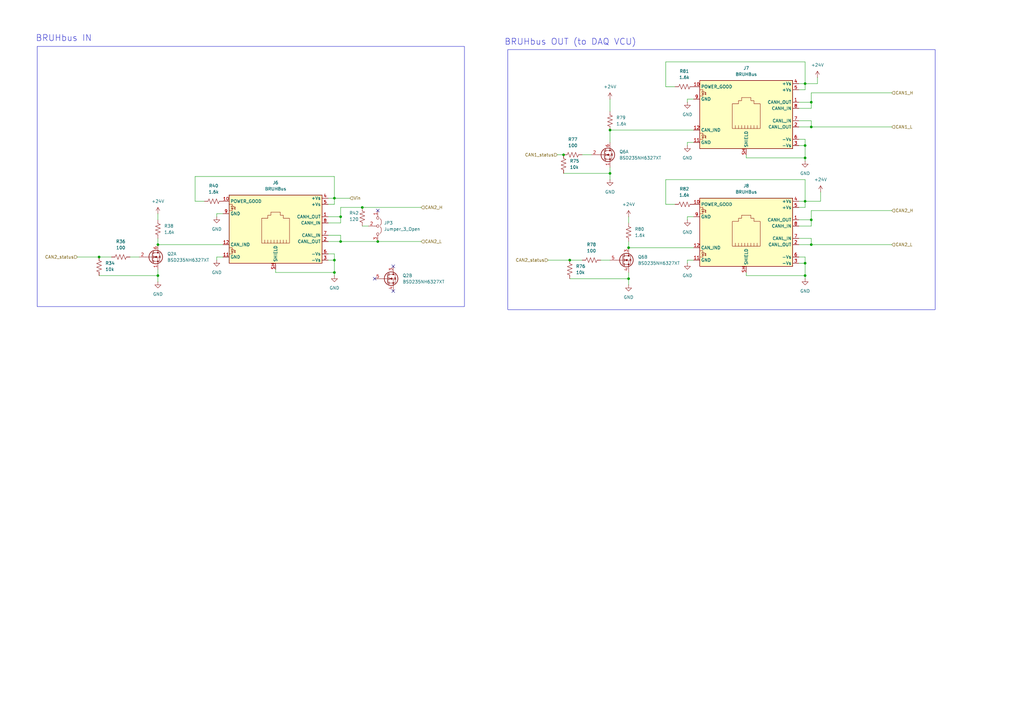
<source format=kicad_sch>
(kicad_sch (version 20250114) (generator "eeschema") (generator_version "9.0")
  (paper "A3")
  (lib_symbols
    (symbol "BFR Connectors:BRUHbus"
      (property "Reference" "J" (at 0 19.05 0))
      (property "Value" "BRUHBus" (at 0 16.51 0))
      (symbol "BRUHbus_0_1"
        (rectangle (start -19.05 13.97) (end 19.05 -13.97) (stroke (width 0.254)) (fill (type background)))
        (polyline (pts (xy -19.05 10.16) (xy -17.78 10.16)))
        (polyline (pts (xy -19.05 7.62) (xy -17.78 7.62)))
        (polyline (pts (xy -19.05 -7.62) (xy -17.78 -7.62)))
        (polyline (pts (xy -19.05 -10.16) (xy -17.78 -10.16)))
        (polyline (pts (xy -18.288 8.382) (xy -17.272 8.382)))
        (polyline (pts (xy -18.288 -9.398) (xy -17.272 -9.398)))
        (polyline (pts (xy -17.78 10.16) (xy -17.78 9.398)))
        (polyline (pts (xy -17.78 8.382) (xy -18.288 9.398) (xy -17.272 9.398) (xy -17.78 8.382)))
        (polyline (pts (xy -17.78 7.62) (xy -17.78 8.382)))
        (polyline (pts (xy -17.78 -7.62) (xy -17.78 -8.382)))
        (polyline (pts (xy -17.78 -9.398) (xy -18.288 -8.382) (xy -17.272 -8.382) (xy -17.78 -9.398)))
        (polyline (pts (xy -17.78 -10.16) (xy -17.78 -9.398)))
        (polyline (pts (xy -17.018 9.271) (xy -16.51 8.763) (xy -16.891 8.89)))
        (polyline (pts (xy -17.018 8.636) (xy -16.51 8.128) (xy -16.891 8.255)))
        (polyline (pts (xy -17.018 -8.509) (xy -16.51 -9.017) (xy -16.891 -8.89)))
        (polyline (pts (xy -17.018 -9.144) (xy -16.51 -9.652) (xy -16.891 -9.525)))
        (polyline (pts (xy -16.5175 -9.6461) (xy -16.6445 -9.2651)))
        (polyline (pts (xy -16.51 8.763) (xy -16.637 9.144)))
        (polyline (pts (xy -16.51 8.128) (xy -16.637 8.509)))
        (polyline (pts (xy -16.51 -9.017) (xy -16.637 -8.636)))
        (polyline (pts (xy -4.445 -4.445) (xy -4.445 -5.715)))
        (polyline (pts (xy -3.175 -4.445) (xy -3.175 -5.715)))
        (polyline (pts (xy -1.905 -4.445) (xy -1.905 -5.715) (xy -1.905 -5.715)))
        (polyline (pts (xy -0.635 -5.715) (xy -0.635 -4.445) (xy -0.635 -4.445)))
        (polyline (pts (xy 0.635 -5.715) (xy 0.635 -4.445) (xy 0.635 -4.445)))
        (polyline (pts (xy 1.905 -5.715) (xy 1.905 -4.445) (xy 1.905 -4.445)))
        (polyline (pts (xy 3.175 -5.715) (xy 3.175 -4.445) (xy 3.175 -4.445)))
        (polyline (pts (xy 4.445 -5.715) (xy 4.445 -4.445) (xy 4.445 -4.445)))
        (polyline (pts (xy 5.715 -5.715) (xy -5.715 -5.715) (xy -5.715 4.445) (xy -3.175 4.445) (xy -3.175 5.715) (xy -1.905 5.715) (xy -1.905 6.985) (xy 1.905 6.985) (xy 1.905 5.715) (xy 3.175 5.715) (xy 3.175 4.445) (xy 5.715 4.445) (xy 5.715 -5.715) (xy 5.715 -5.715)))
      )
      (symbol "BRUHbus_1_1"
        (pin passive line (at -21.59 11.43 0) (length 2.54) (name "POWER_GOOD") (number "10"))
        (pin passive line (at -21.59 6.35 0) (length 2.54) (name "GND") (number "9"))
        (pin passive line (at -21.59 -6.35 0) (length 2.54) (name "CAN_IND") (number "12"))
        (pin passive line (at -21.59 -11.43 0) (length 2.54) (name "GND") (number "11"))
        (pin passive line (at 0 -16.51 90) (length 2.54) (name "SHIELD") (number "SH"))
        (pin passive line (at 21.59 12.7 180) (length 2.54) (name "+Vs") (number "4"))
        (pin passive line (at 21.59 10.16 180) (length 2.54) (name "+Vs") (number "5"))
        (pin passive line (at 21.59 5.08 180) (length 2.54) (name "CANH_OUT") (number "1"))
        (pin passive line (at 21.59 2.54 180) (length 2.54) (name "CANH_IN") (number "8"))
        (pin passive line (at 21.59 -2.54 180) (length 2.54) (name "CANL_IN") (number "7"))
        (pin passive line (at 21.59 -5.08 180) (length 2.54) (name "CANL_OUT") (number "2"))
        (pin passive line (at 21.59 -10.16 180) (length 2.54) (name "-Vs") (number "6"))
        (pin passive line (at 21.59 -12.7 180) (length 2.54) (name "-Vs") (number "3"))
      )
    )
    (symbol "BFR Resistors:RMCF0603FT100R" (pin_numbers (hide yes))
      (property "Reference" "R" (at 0 2.54 0))
      (property "Value" "100" (at 1.27 2.54 0))
      (symbol "RMCF0603FT100R_0_1"
        (polyline (pts (xy -2.286 0) (xy -2.54 0)))
        (polyline (pts (xy -2.286 0) (xy -1.905 1.016) (xy -1.524 0) (xy -1.143 -1.016) (xy -0.762 0)))
        (polyline (pts (xy -0.762 0) (xy -0.381 1.016) (xy 0 0) (xy 0.381 -1.016) (xy 0.762 0)))
        (polyline (pts (xy 0.762 0) (xy 1.143 1.016) (xy 1.524 0) (xy 1.905 -1.016) (xy 2.286 0)))
        (polyline (pts (xy 2.286 0) (xy 2.54 0)))
      )
      (symbol "RMCF0603FT100R_1_1"
        (pin passive line (at -3.81 0 0) (length 1.27) (name "~") (number "1"))
        (pin passive line (at 3.81 0 180) (length 1.27) (name "~") (number "2"))
      )
    )
    (symbol "BFR Resistors:RMCF0603FT10K0" (pin_numbers (hide yes))
      (property "Reference" "R" (at 0 2.54 0))
      (property "Value" "10k" (at 1.27 2.54 0))
      (symbol "RMCF0603FT10K0_0_1"
        (polyline (pts (xy -2.286 0) (xy -2.54 0)))
        (polyline (pts (xy -2.286 0) (xy -1.905 1.016) (xy -1.524 0) (xy -1.143 -1.016) (xy -0.762 0)))
        (polyline (pts (xy -0.762 0) (xy -0.381 1.016) (xy 0 0) (xy 0.381 -1.016) (xy 0.762 0)))
        (polyline (pts (xy 0.762 0) (xy 1.143 1.016) (xy 1.524 0) (xy 1.905 -1.016) (xy 2.286 0)))
        (polyline (pts (xy 2.286 0) (xy 2.54 0)))
      )
      (symbol "RMCF0603FT10K0_1_1"
        (pin passive line (at -3.81 0 0) (length 1.27) (name "~") (number "1"))
        (pin passive line (at 3.81 0 180) (length 1.27) (name "~") (number "2"))
      )
    )
    (symbol "BFR Resistors:RMCF0603FT120R" (pin_numbers (hide yes))
      (property "Reference" "R" (at 0 2.54 0))
      (property "Value" "120" (at 1.27 2.54 0))
      (symbol "RMCF0603FT120R_0_1"
        (polyline (pts (xy -2.286 0) (xy -2.54 0)))
        (polyline (pts (xy -2.286 0) (xy -1.905 1.016) (xy -1.524 0) (xy -1.143 -1.016) (xy -0.762 0)))
        (polyline (pts (xy -0.762 0) (xy -0.381 1.016) (xy 0 0) (xy 0.381 -1.016) (xy 0.762 0)))
        (polyline (pts (xy 0.762 0) (xy 1.143 1.016) (xy 1.524 0) (xy 1.905 -1.016) (xy 2.286 0)))
        (polyline (pts (xy 2.286 0) (xy 2.54 0)))
      )
      (symbol "RMCF0603FT120R_1_1"
        (pin passive line (at -3.81 0 0) (length 1.27) (name "~") (number "1"))
        (pin passive line (at 3.81 0 180) (length 1.27) (name "~") (number "2"))
      )
    )
    (symbol "BFR Resistors:RMCF0603FT1K60" (pin_numbers (hide yes))
      (property "Reference" "R" (at 0 2.54 0))
      (property "Value" "1.6k" (at 1.27 2.54 0))
      (symbol "RMCF0603FT1K60_0_1"
        (polyline (pts (xy -2.286 0) (xy -2.54 0)))
        (polyline (pts (xy -2.286 0) (xy -1.905 1.016) (xy -1.524 0) (xy -1.143 -1.016) (xy -0.762 0)))
        (polyline (pts (xy -0.762 0) (xy -0.381 1.016) (xy 0 0) (xy 0.381 -1.016) (xy 0.762 0)))
        (polyline (pts (xy 0.762 0) (xy 1.143 1.016) (xy 1.524 0) (xy 1.905 -1.016) (xy 2.286 0)))
        (polyline (pts (xy 2.286 0) (xy 2.54 0)))
      )
      (symbol "RMCF0603FT1K60_1_1"
        (pin passive line (at -3.81 0 0) (length 1.27) (name "~") (number "1"))
        (pin passive line (at 3.81 0 180) (length 1.27) (name "~") (number "2"))
      )
    )
    (symbol "BRUHbus_2"
      (property "Reference" "J" (at 0 19.05 0))
      (property "Value" "BRUHBus" (at 0 16.51 0))
      (symbol "BRUHbus_2_0_1"
        (rectangle (start -19.05 13.97) (end 19.05 -13.97) (stroke (width 0.254)) (fill (type background)))
        (polyline (pts (xy -19.05 10.16) (xy -17.78 10.16)))
        (polyline (pts (xy -19.05 7.62) (xy -17.78 7.62)))
        (polyline (pts (xy -19.05 -7.62) (xy -17.78 -7.62)))
        (polyline (pts (xy -19.05 -10.16) (xy -17.78 -10.16)))
        (polyline (pts (xy -18.288 8.382) (xy -17.272 8.382)))
        (polyline (pts (xy -18.288 -9.398) (xy -17.272 -9.398)))
        (polyline (pts (xy -17.78 10.16) (xy -17.78 9.398)))
        (polyline (pts (xy -17.78 8.382) (xy -18.288 9.398) (xy -17.272 9.398) (xy -17.78 8.382)))
        (polyline (pts (xy -17.78 7.62) (xy -17.78 8.382)))
        (polyline (pts (xy -17.78 -7.62) (xy -17.78 -8.382)))
        (polyline (pts (xy -17.78 -9.398) (xy -18.288 -8.382) (xy -17.272 -8.382) (xy -17.78 -9.398)))
        (polyline (pts (xy -17.78 -10.16) (xy -17.78 -9.398)))
        (polyline (pts (xy -17.018 9.271) (xy -16.51 8.763) (xy -16.891 8.89)))
        (polyline (pts (xy -17.018 8.636) (xy -16.51 8.128) (xy -16.891 8.255)))
        (polyline (pts (xy -17.018 -8.509) (xy -16.51 -9.017) (xy -16.891 -8.89)))
        (polyline (pts (xy -17.018 -9.144) (xy -16.51 -9.652) (xy -16.891 -9.525)))
        (polyline (pts (xy -16.5175 -9.6461) (xy -16.6445 -9.2651)))
        (polyline (pts (xy -16.51 8.763) (xy -16.637 9.144)))
        (polyline (pts (xy -16.51 8.128) (xy -16.637 8.509)))
        (polyline (pts (xy -16.51 -9.017) (xy -16.637 -8.636)))
        (polyline (pts (xy -4.445 -4.445) (xy -4.445 -5.715)))
        (polyline (pts (xy -3.175 -4.445) (xy -3.175 -5.715)))
        (polyline (pts (xy -1.905 -4.445) (xy -1.905 -5.715) (xy -1.905 -5.715)))
        (polyline (pts (xy -0.635 -5.715) (xy -0.635 -4.445) (xy -0.635 -4.445)))
        (polyline (pts (xy 0.635 -5.715) (xy 0.635 -4.445) (xy 0.635 -4.445)))
        (polyline (pts (xy 1.905 -5.715) (xy 1.905 -4.445) (xy 1.905 -4.445)))
        (polyline (pts (xy 3.175 -5.715) (xy 3.175 -4.445) (xy 3.175 -4.445)))
        (polyline (pts (xy 4.445 -5.715) (xy 4.445 -4.445) (xy 4.445 -4.445)))
        (polyline (pts (xy 5.715 -5.715) (xy -5.715 -5.715) (xy -5.715 4.445) (xy -3.175 4.445) (xy -3.175 5.715) (xy -1.905 5.715) (xy -1.905 6.985) (xy 1.905 6.985) (xy 1.905 5.715) (xy 3.175 5.715) (xy 3.175 4.445) (xy 5.715 4.445) (xy 5.715 -5.715) (xy 5.715 -5.715)))
      )
      (symbol "BRUHbus_2_1_1"
        (pin passive line (at -21.59 11.43 0) (length 2.54) (name "POWER_GOOD") (number "10"))
        (pin passive line (at -21.59 6.35 0) (length 2.54) (name "GND") (number "9"))
        (pin passive line (at -21.59 -6.35 0) (length 2.54) (name "CAN_IND") (number "12"))
        (pin passive line (at -21.59 -11.43 0) (length 2.54) (name "GND") (number "11"))
        (pin passive line (at 0 -16.51 90) (length 2.54) (name "SHIELD") (number "SH"))
        (pin passive line (at 21.59 12.7 180) (length 2.54) (name "+Vs") (number "4"))
        (pin passive line (at 21.59 10.16 180) (length 2.54) (name "+Vs") (number "5"))
        (pin passive line (at 21.59 5.08 180) (length 2.54) (name "CANH_OUT") (number "1"))
        (pin passive line (at 21.59 2.54 180) (length 2.54) (name "CANH_IN") (number "8"))
        (pin passive line (at 21.59 -2.54 180) (length 2.54) (name "CANL_IN") (number "7"))
        (pin passive line (at 21.59 -5.08 180) (length 2.54) (name "CANL_OUT") (number "2"))
        (pin passive line (at 21.59 -10.16 180) (length 2.54) (name "-Vs") (number "6"))
        (pin passive line (at 21.59 -12.7 180) (length 2.54) (name "-Vs") (number "3"))
      )
    )
    (symbol "BRUHbus_3"
      (property "Reference" "J" (at 0 19.05 0))
      (property "Value" "BRUHBus" (at 0 16.51 0))
      (symbol "BRUHbus_3_0_1"
        (rectangle (start -19.05 13.97) (end 19.05 -13.97) (stroke (width 0.254)) (fill (type background)))
        (polyline (pts (xy -19.05 10.16) (xy -17.78 10.16)))
        (polyline (pts (xy -19.05 7.62) (xy -17.78 7.62)))
        (polyline (pts (xy -19.05 -7.62) (xy -17.78 -7.62)))
        (polyline (pts (xy -19.05 -10.16) (xy -17.78 -10.16)))
        (polyline (pts (xy -18.288 8.382) (xy -17.272 8.382)))
        (polyline (pts (xy -18.288 -9.398) (xy -17.272 -9.398)))
        (polyline (pts (xy -17.78 10.16) (xy -17.78 9.398)))
        (polyline (pts (xy -17.78 8.382) (xy -18.288 9.398) (xy -17.272 9.398) (xy -17.78 8.382)))
        (polyline (pts (xy -17.78 7.62) (xy -17.78 8.382)))
        (polyline (pts (xy -17.78 -7.62) (xy -17.78 -8.382)))
        (polyline (pts (xy -17.78 -9.398) (xy -18.288 -8.382) (xy -17.272 -8.382) (xy -17.78 -9.398)))
        (polyline (pts (xy -17.78 -10.16) (xy -17.78 -9.398)))
        (polyline (pts (xy -17.018 9.271) (xy -16.51 8.763) (xy -16.891 8.89)))
        (polyline (pts (xy -17.018 8.636) (xy -16.51 8.128) (xy -16.891 8.255)))
        (polyline (pts (xy -17.018 -8.509) (xy -16.51 -9.017) (xy -16.891 -8.89)))
        (polyline (pts (xy -17.018 -9.144) (xy -16.51 -9.652) (xy -16.891 -9.525)))
        (polyline (pts (xy -16.5175 -9.6461) (xy -16.6445 -9.2651)))
        (polyline (pts (xy -16.51 8.763) (xy -16.637 9.144)))
        (polyline (pts (xy -16.51 8.128) (xy -16.637 8.509)))
        (polyline (pts (xy -16.51 -9.017) (xy -16.637 -8.636)))
        (polyline (pts (xy -4.445 -4.445) (xy -4.445 -5.715)))
        (polyline (pts (xy -3.175 -4.445) (xy -3.175 -5.715)))
        (polyline (pts (xy -1.905 -4.445) (xy -1.905 -5.715) (xy -1.905 -5.715)))
        (polyline (pts (xy -0.635 -5.715) (xy -0.635 -4.445) (xy -0.635 -4.445)))
        (polyline (pts (xy 0.635 -5.715) (xy 0.635 -4.445) (xy 0.635 -4.445)))
        (polyline (pts (xy 1.905 -5.715) (xy 1.905 -4.445) (xy 1.905 -4.445)))
        (polyline (pts (xy 3.175 -5.715) (xy 3.175 -4.445) (xy 3.175 -4.445)))
        (polyline (pts (xy 4.445 -5.715) (xy 4.445 -4.445) (xy 4.445 -4.445)))
        (polyline (pts (xy 5.715 -5.715) (xy -5.715 -5.715) (xy -5.715 4.445) (xy -3.175 4.445) (xy -3.175 5.715) (xy -1.905 5.715) (xy -1.905 6.985) (xy 1.905 6.985) (xy 1.905 5.715) (xy 3.175 5.715) (xy 3.175 4.445) (xy 5.715 4.445) (xy 5.715 -5.715) (xy 5.715 -5.715)))
      )
      (symbol "BRUHbus_3_1_1"
        (pin passive line (at -21.59 11.43 0) (length 2.54) (name "POWER_GOOD") (number "10"))
        (pin passive line (at -21.59 6.35 0) (length 2.54) (name "GND") (number "9"))
        (pin passive line (at -21.59 -6.35 0) (length 2.54) (name "CAN_IND") (number "12"))
        (pin passive line (at -21.59 -11.43 0) (length 2.54) (name "GND") (number "11"))
        (pin passive line (at 0 -16.51 90) (length 2.54) (name "SHIELD") (number "SH"))
        (pin passive line (at 21.59 12.7 180) (length 2.54) (name "+Vs") (number "4"))
        (pin passive line (at 21.59 10.16 180) (length 2.54) (name "+Vs") (number "5"))
        (pin passive line (at 21.59 5.08 180) (length 2.54) (name "CANH_OUT") (number "1"))
        (pin passive line (at 21.59 2.54 180) (length 2.54) (name "CANH_IN") (number "8"))
        (pin passive line (at 21.59 -2.54 180) (length 2.54) (name "CANL_IN") (number "7"))
        (pin passive line (at 21.59 -5.08 180) (length 2.54) (name "CANL_OUT") (number "2"))
        (pin passive line (at 21.59 -10.16 180) (length 2.54) (name "-Vs") (number "6"))
        (pin passive line (at 21.59 -12.7 180) (length 2.54) (name "-Vs") (number "3"))
      )
    )
    (symbol "Jumper:Jumper_3_Open" (pin_names (offset 0) (hide yes)) (in_bom no)
      (property "Reference" "JP" (at -2.54 -2.54 0))
      (property "Value" "Jumper_3_Open" (at 0 2.794 0))
      (symbol "Jumper_3_Open_0_0"
        (circle (center -3.302 0) (radius 0.508))
        (circle (center 0 0) (radius 0.508))
        (circle (center 3.302 0) (radius 0.508))
      )
      (symbol "Jumper_3_Open_0_1"
        (arc (start -3.048 1.016) (mid -1.651 1.4992) (end -0.254 1.016))
        (polyline (pts (xy 0 -0.508) (xy 0 -1.27)))
        (arc (start 0.254 1.016) (mid 1.651 1.4992) (end 3.048 1.016))
      )
      (symbol "Jumper_3_Open_1_1"
        (pin passive line (at -6.35 0 0) (length 2.54) (name "A") (number "1"))
        (pin passive line (at 0 -3.81 90) (length 2.54) (name "C") (number "2"))
        (pin passive line (at 6.35 0 180) (length 2.54) (name "B") (number "3"))
      )
    )
    (symbol "Transistor_FET:Q_Dual_NMOS_S1G1D2S2G2D1" (pin_names (offset 0) (hide yes))
      (property "Reference" "Q" (at 5.08 1.905 0))
      (property "Value" "Q_Dual_NMOS_S1G1D2S2G2D1" (at 5.08 0 0))
      (symbol "Q_Dual_NMOS_S1G1D2S2G2D1_0_1"
        (polyline (pts (xy 0.254 1.905) (xy 0.254 -1.905)) (stroke (width 0.254)))
        (polyline (pts (xy 0.254 0) (xy -2.54 0)))
        (polyline (pts (xy 0.762 2.286) (xy 0.762 1.27)) (stroke (width 0.254)))
        (polyline (pts (xy 0.762 0.508) (xy 0.762 -0.508)) (stroke (width 0.254)))
        (polyline (pts (xy 0.762 -1.27) (xy 0.762 -2.286)) (stroke (width 0.254)))
        (polyline (pts (xy 0.762 -1.778) (xy 3.302 -1.778) (xy 3.302 1.778) (xy 0.762 1.778)))
        (polyline (pts (xy 1.016 0) (xy 2.032 0.381) (xy 2.032 -0.381) (xy 1.016 0)) (fill (type outline)))
        (circle (center 1.651 0) (radius 2.794) (stroke (width 0.254)))
        (polyline (pts (xy 2.54 2.54) (xy 2.54 1.778)))
        (circle (center 2.54 1.778) (radius 0.254) (fill (type outline)))
        (circle (center 2.54 -1.778) (radius 0.254) (fill (type outline)))
        (polyline (pts (xy 2.54 -2.54) (xy 2.54 0) (xy 0.762 0)))
        (polyline (pts (xy 2.921 0.381) (xy 3.683 0.381)))
        (polyline (pts (xy 3.302 0.381) (xy 2.921 -0.254) (xy 3.683 -0.254) (xy 3.302 0.381)))
      )
      (symbol "Q_Dual_NMOS_S1G1D2S2G2D1_1_1"
        (pin input line (at -5.08 0 0) (length 2.54) (name "G") (number "2"))
        (pin passive line (at 2.54 5.08 270) (length 2.54) (name "D") (number "6"))
        (pin passive line (at 2.54 -5.08 90) (length 2.54) (name "S") (number "1"))
      )
      (symbol "Q_Dual_NMOS_S1G1D2S2G2D1_2_1"
        (pin input line (at -5.08 0 0) (length 2.54) (name "G") (number "5"))
        (pin passive line (at 2.54 5.08 270) (length 2.54) (name "D") (number "3"))
        (pin passive line (at 2.54 -5.08 90) (length 2.54) (name "S") (number "4"))
      )
    )
    (symbol "power:+24V" (power) (pin_numbers (hide yes)) (pin_names (offset 0) (hide yes))
      (property "Value" "+24V" (at 0 3.556 0))
      (symbol "+24V_0_1"
        (polyline (pts (xy -0.762 1.27) (xy 0 2.54)))
        (polyline (pts (xy 0 2.54) (xy 0.762 1.27)))
        (polyline (pts (xy 0 0) (xy 0 2.54)))
      )
      (symbol "+24V_1_1"
        (pin power_in line (at 0 0 90) (length 0) (name "~") (number "1"))
      )
    )
    (symbol "power:GND" (power) (pin_numbers (hide yes)) (pin_names (offset 0) (hide yes))
      (property "Value" "GND" (at 0 -3.81 0))
      (symbol "GND_0_1"
        (polyline (pts (xy 0 0) (xy 0 -1.27) (xy 1.27 -1.27) (xy 0 -2.54) (xy -1.27 -1.27) (xy 0 -1.27)))
      )
      (symbol "GND_1_1"
        (pin power_in line (at 0 0 270) (length 0) (name "~") (number "1"))
      )
    )
  )
  (rectangle (start 15.24 19.05) (end 190.5 125.73))
  (rectangle (start 208.28 20.32) (end 383.54 127))
  (text "BRUHbus IN\n" (at 26.162 15.748 0) (effects (font (size 2.54 2.54))))
  (text "BRUHbus OUT (to DAQ VCU)\n" (at 233.934 17.272 0) (effects (font (size 2.54 2.54))))
  (junction (at 330.2 59.69))
  (junction (at 330.2 113.03))
  (junction (at 332.74 90.17))
  (junction (at 148.59 85.09))
  (junction (at 139.7 99.06))
  (junction (at 330.2 64.77))
  (junction (at 154.94 99.06))
  (junction (at 40.64 105.41))
  (junction (at 250.19 53.34))
  (junction (at 332.74 41.91))
  (junction (at 257.81 114.3))
  (junction (at 233.68 106.68))
  (junction (at 231.14 63.5))
  (junction (at 330.2 34.29))
  (junction (at 64.77 100.33))
  (junction (at 250.19 71.12))
  (junction (at 332.74 100.33))
  (junction (at 330.2 82.55))
  (junction (at 137.16 111.76))
  (junction (at 332.74 52.07))
  (junction (at 64.77 113.03))
  (junction (at 257.81 101.6))
  (junction (at 137.16 81.28))
  (junction (at 330.2 107.95))
  (junction (at 137.16 106.68))
  (junction (at 139.7 88.9))
  (no_connect (at 161.29 119.38))
  (no_connect (at 153.67 114.3))
  (no_connect (at 154.94 86.36))
  (no_connect (at 161.29 109.22))
  (wire (pts (xy 327.66 85.09) (xy 330.2 85.09)))
  (wire (pts (xy 306.07 64.77) (xy 330.2 64.77)))
  (wire (pts (xy 88.9 105.41) (xy 88.9 106.68)))
  (wire (pts (xy 281.94 88.9) (xy 281.94 90.17)))
  (wire (pts (xy 53.34 105.41) (xy 57.15 105.41)))
  (wire (pts (xy 134.62 106.68) (xy 137.16 106.68)))
  (wire (pts (xy 148.59 85.09) (xy 172.72 85.09)))
  (wire (pts (xy 257.81 101.6) (xy 284.48 101.6)))
  (wire (pts (xy 276.86 83.82) (xy 273.05 83.82)))
  (wire (pts (xy 64.77 110.49) (xy 64.77 113.03)))
  (wire (pts (xy 332.74 97.79) (xy 332.74 100.33)))
  (wire (pts (xy 281.94 58.42) (xy 281.94 59.69)))
  (wire (pts (xy 139.7 85.09) (xy 148.59 85.09)))
  (wire (pts (xy 332.74 92.71) (xy 332.74 90.17)))
  (wire (pts (xy 134.62 83.82) (xy 137.16 83.82)))
  (wire (pts (xy 332.74 52.07) (xy 365.76 52.07)))
  (wire (pts (xy 332.74 100.33) (xy 365.76 100.33)))
  (wire (pts (xy 327.66 97.79) (xy 332.74 97.79)))
  (wire (pts (xy 134.62 91.44) (xy 139.7 91.44)))
  (wire (pts (xy 64.77 100.33) (xy 91.44 100.33)))
  (wire (pts (xy 332.74 38.1) (xy 365.76 38.1)))
  (wire (pts (xy 330.2 82.55) (xy 327.66 82.55)))
  (wire (pts (xy 137.16 104.14) (xy 137.16 106.68)))
  (wire (pts (xy 233.68 106.68) (xy 238.76 106.68)))
  (wire (pts (xy 134.62 96.52) (xy 139.7 96.52)))
  (wire (pts (xy 137.16 72.39) (xy 137.16 81.28)))
  (wire (pts (xy 327.66 52.07) (xy 332.74 52.07)))
  (wire (pts (xy 88.9 87.63) (xy 88.9 88.9)))
  (wire (pts (xy 330.2 34.29) (xy 335.28 34.29)))
  (wire (pts (xy 330.2 34.29) (xy 327.66 34.29)))
  (wire (pts (xy 40.64 105.41) (xy 45.72 105.41)))
  (wire (pts (xy 330.2 73.66) (xy 330.2 82.55)))
  (wire (pts (xy 113.03 110.49) (xy 113.03 111.76)))
  (wire (pts (xy 332.74 86.36) (xy 332.74 90.17)))
  (wire (pts (xy 284.48 106.68) (xy 281.94 106.68)))
  (wire (pts (xy 327.66 36.83) (xy 330.2 36.83)))
  (wire (pts (xy 134.62 104.14) (xy 137.16 104.14)))
  (wire (pts (xy 257.81 99.06) (xy 257.81 101.6)))
  (wire (pts (xy 332.74 44.45) (xy 332.74 41.91)))
  (wire (pts (xy 40.64 113.03) (xy 64.77 113.03)))
  (wire (pts (xy 64.77 87.63) (xy 64.77 90.17)))
  (wire (pts (xy 91.44 105.41) (xy 88.9 105.41)))
  (wire (pts (xy 257.81 88.9) (xy 257.81 91.44)))
  (wire (pts (xy 284.48 58.42) (xy 281.94 58.42)))
  (wire (pts (xy 327.66 92.71) (xy 332.74 92.71)))
  (wire (pts (xy 273.05 83.82) (xy 273.05 73.66)))
  (wire (pts (xy 284.48 40.64) (xy 281.94 40.64)))
  (wire (pts (xy 306.07 111.76) (xy 306.07 113.03)))
  (wire (pts (xy 332.74 90.17) (xy 327.66 90.17)))
  (wire (pts (xy 330.2 107.95) (xy 330.2 113.03)))
  (wire (pts (xy 137.16 83.82) (xy 137.16 81.28)))
  (wire (pts (xy 330.2 57.15) (xy 330.2 59.69)))
  (wire (pts (xy 250.19 53.34) (xy 250.19 58.42)))
  (wire (pts (xy 273.05 25.4) (xy 330.2 25.4)))
  (wire (pts (xy 327.66 100.33) (xy 332.74 100.33)))
  (wire (pts (xy 281.94 40.64) (xy 281.94 41.91)))
  (wire (pts (xy 231.14 71.12) (xy 250.19 71.12)))
  (wire (pts (xy 327.66 105.41) (xy 330.2 105.41)))
  (wire (pts (xy 250.19 53.34) (xy 284.48 53.34)))
  (wire (pts (xy 335.28 31.75) (xy 335.28 34.29)))
  (wire (pts (xy 64.77 113.03) (xy 64.77 115.57)))
  (wire (pts (xy 306.07 63.5) (xy 306.07 64.77)))
  (wire (pts (xy 327.66 59.69) (xy 330.2 59.69)))
  (wire (pts (xy 327.66 44.45) (xy 332.74 44.45)))
  (wire (pts (xy 257.81 114.3) (xy 257.81 116.84)))
  (wire (pts (xy 250.19 68.58) (xy 250.19 71.12)))
  (wire (pts (xy 148.59 92.71) (xy 151.13 92.71)))
  (wire (pts (xy 281.94 106.68) (xy 281.94 107.95)))
  (wire (pts (xy 80.01 82.55) (xy 80.01 72.39)))
  (wire (pts (xy 330.2 36.83) (xy 330.2 34.29)))
  (wire (pts (xy 330.2 64.77) (xy 330.2 66.04)))
  (wire (pts (xy 330.2 59.69) (xy 330.2 64.77)))
  (wire (pts (xy 246.38 106.68) (xy 250.19 106.68)))
  (wire (pts (xy 332.74 49.53) (xy 332.74 52.07)))
  (wire (pts (xy 332.74 41.91) (xy 327.66 41.91)))
  (wire (pts (xy 154.94 99.06) (xy 172.72 99.06)))
  (wire (pts (xy 327.66 57.15) (xy 330.2 57.15)))
  (wire (pts (xy 113.03 111.76) (xy 137.16 111.76)))
  (wire (pts (xy 139.7 99.06) (xy 154.94 99.06)))
  (wire (pts (xy 330.2 82.55) (xy 336.55 82.55)))
  (wire (pts (xy 137.16 81.28) (xy 143.51 81.28)))
  (wire (pts (xy 332.74 38.1) (xy 332.74 41.91)))
  (wire (pts (xy 336.55 78.74) (xy 336.55 82.55)))
  (wire (pts (xy 31.75 105.41) (xy 40.64 105.41)))
  (wire (pts (xy 83.82 82.55) (xy 80.01 82.55)))
  (wire (pts (xy 327.66 107.95) (xy 330.2 107.95)))
  (wire (pts (xy 139.7 91.44) (xy 139.7 88.9)))
  (wire (pts (xy 273.05 35.56) (xy 273.05 25.4)))
  (wire (pts (xy 250.19 71.12) (xy 250.19 73.66)))
  (wire (pts (xy 257.81 111.76) (xy 257.81 114.3)))
  (wire (pts (xy 231.14 63.5) (xy 228.6 63.5)))
  (wire (pts (xy 306.07 113.03) (xy 330.2 113.03)))
  (wire (pts (xy 276.86 35.56) (xy 273.05 35.56)))
  (wire (pts (xy 273.05 73.66) (xy 330.2 73.66)))
  (wire (pts (xy 330.2 113.03) (xy 330.2 114.3)))
  (wire (pts (xy 250.19 40.64) (xy 250.19 45.72)))
  (wire (pts (xy 137.16 81.28) (xy 134.62 81.28)))
  (wire (pts (xy 134.62 99.06) (xy 139.7 99.06)))
  (wire (pts (xy 224.79 106.68) (xy 233.68 106.68)))
  (wire (pts (xy 330.2 105.41) (xy 330.2 107.95)))
  (wire (pts (xy 139.7 85.09) (xy 139.7 88.9)))
  (wire (pts (xy 137.16 111.76) (xy 137.16 113.03)))
  (wire (pts (xy 233.68 114.3) (xy 257.81 114.3)))
  (wire (pts (xy 330.2 85.09) (xy 330.2 82.55)))
  (wire (pts (xy 139.7 96.52) (xy 139.7 99.06)))
  (wire (pts (xy 284.48 88.9) (xy 281.94 88.9)))
  (wire (pts (xy 137.16 106.68) (xy 137.16 111.76)))
  (wire (pts (xy 139.7 88.9) (xy 134.62 88.9)))
  (wire (pts (xy 91.44 87.63) (xy 88.9 87.63)))
  (wire (pts (xy 238.76 63.5) (xy 242.57 63.5)))
  (wire (pts (xy 64.77 97.79) (xy 64.77 100.33)))
  (wire (pts (xy 80.01 72.39) (xy 137.16 72.39)))
  (wire (pts (xy 332.74 86.36) (xy 365.76 86.36)))
  (wire (pts (xy 330.2 25.4) (xy 330.2 34.29)))
  (wire (pts (xy 327.66 49.53) (xy 332.74 49.53)))
  (hierarchical_label "CAN1_H" (shape input) (at 365.76 38.1 0))
  (hierarchical_label "CAN1_status" (shape input) (at 228.6 63.5 180))
  (hierarchical_label "CAN2_H" (shape input) (at 172.72 85.09 0))
  (hierarchical_label "CAN2_status" (shape input) (at 31.75 105.41 180))
  (hierarchical_label "Vin" (shape input) (at 143.51 81.28 0))
  (hierarchical_label "CAN2_H" (shape input) (at 365.76 86.36 0))
  (hierarchical_label "CAN2_status" (shape input) (at 224.79 106.68 180))
  (hierarchical_label "CAN1_L" (shape input) (at 365.76 52.07 0))
  (hierarchical_label "CAN2_L" (shape input) (at 365.76 100.33 0))
  (hierarchical_label "CAN2_L" (shape input) (at 172.72 99.06 0))
  (symbol (lib_name "BRUHbus_2") (lib_id "BFR Connectors:BRUHbus") (at 113.03 93.98 0) (unit 1)
    (property "Reference" "J6" (at 113.03 74.93 0))
    (property "Value" "BRUHBus" (at 113.03 77.47 0))
    (property "Footprint" "Connector_RJ:RJ45_Amphenol_RJHSE538X" (effects (hide yes)))
    (property "Datasheet" "https://app.adam-tech.com/products/download/data_sheet/203879/mtj-88arx1-fsm-lg-data-sheet.pdf" (effects (hide yes)))
    (property "Description" "BRUHBus Connector" (effects (hide yes)))
    (property "Manufacturer P/N" "MTJ-88ARX1-FSM-LG" (effects (hide yes)))
    (property "Manufacturer" "Adam Tech" (effects (hide yes)))
    (property "Digikey P/N" "2057-MTJ-88ARX1-FSM-LG-ND" (effects (hide yes)))
    (property "Mouser P/N" "737-MTJ88ARX1FSMLG " (effects (hide yes)))
    (property "JLC Basic Part" "No" (effects (hide yes)))
    (property "Order From" "Mouser" (effects (hide yes)))
    (property "Created By" "Manual Entry" (effects (hide yes)))
  )
  (symbol (lib_id "power:GND") (at 281.94 107.95 0) (unit 1)
    (property "Reference" "#PWR0139" (effects (hide yes)))
    (property "Value" "GND" (at 281.94 113.03 0))
    (property "Description" "Power symbol creates a global label with name \"GND\" , ground" (effects (hide yes)))
  )
  (symbol (lib_id "power:GND") (at 64.77 115.57 0) (unit 1)
    (property "Reference" "#PWR0104" (effects (hide yes)))
    (property "Value" "GND" (at 64.77 120.65 0))
    (property "Description" "Power symbol creates a global label with name \"GND\" , ground" (effects (hide yes)))
  )
  (symbol (lib_id "power:+24V") (at 335.28 31.75 0) (unit 1)
    (property "Reference" "#PWR0142" (effects (hide yes)))
    (property "Value" "+24V" (at 335.28 26.67 0))
    (property "Description" "Power symbol creates a global label with name \"+24V\"" (effects (hide yes)))
  )
  (symbol (lib_id "power:GND") (at 281.94 59.69 0) (unit 1)
    (property "Reference" "#PWR0137" (effects (hide yes)))
    (property "Value" "GND" (at 281.94 64.77 0))
    (property "Description" "Power symbol creates a global label with name \"GND\" , ground" (effects (hide yes)))
  )
  (symbol (lib_id "BFR Resistors:RMCF0603FT100R") (at 49.53 105.41 0) (unit 1)
    (property "Reference" "R36" (at 49.53 99.06 0))
    (property "Value" "100" (at 49.53 101.6 0))
    (property "Footprint" "Resistor_SMD:R_0603_1608Metric_Pad0.98x0.95mm_HandSolder" (effects (hide yes)))
    (property "Datasheet" "https://www.seielect.com/catalog/sei-rmcf_rmcp.pdf" (effects (hide yes)))
    (property "Description" "100Ω 0603 JLCPCB Basic Resistor" (effects (hide yes)))
    (property "Sim.Device" "SUBCKT" (effects (hide yes)))
    (property "Sim.Pins" "1=P1 2=P2" (effects (hide yes)))
    (property "Sim.Library" "${BFRUH_DIR}/Electronics/spice_models/bfr_resistors/RMCF0603FT100R.lib" (effects (hide yes)))
    (property "Sim.Name" "RMCF0603FT100R" (effects (hide yes)))
    (property "Pretty Name" "100Ω 0603 Resistor" (effects (hide yes)))
    (property "Order From" "LCSC" (effects (hide yes)))
    (property "Digikey P/N" "RMCF0603FT100RCT-ND" (effects (hide yes)))
    (property "Mouser P/N" "708-RMCF0603FT100R" (effects (hide yes)))
    (property "LCSC P/N" "C22775" (effects (hide yes)))
    (property "JLCPCB Basic Part" "Yes" (effects (hide yes)))
    (property "Created by" "resistor_generator.py script using e24_resistor_bible_spec.txt" (effects (hide yes)))
  )
  (symbol (lib_id "power:GND") (at 330.2 114.3 0) (unit 1)
    (property "Reference" "#PWR0141" (effects (hide yes)))
    (property "Value" "GND" (at 330.2 119.38 0))
    (property "Description" "Power symbol creates a global label with name \"GND\" , ground" (effects (hide yes)))
  )
  (symbol (lib_id "power:GND") (at 257.81 116.84 0) (unit 1)
    (property "Reference" "#PWR0135" (effects (hide yes)))
    (property "Value" "GND" (at 257.81 121.92 0))
    (property "Description" "Power symbol creates a global label with name \"GND\" , ground" (effects (hide yes)))
  )
  (symbol (lib_id "power:GND") (at 250.19 73.66 0) (unit 1)
    (property "Reference" "#PWR0133" (effects (hide yes)))
    (property "Value" "GND" (at 250.19 78.74 0))
    (property "Description" "Power symbol creates a global label with name \"GND\" , ground" (effects (hide yes)))
  )
  (symbol (lib_id "power:+24V") (at 336.55 78.74 0) (unit 1)
    (property "Reference" "#PWR0143" (effects (hide yes)))
    (property "Value" "+24V" (at 336.55 73.66 0))
    (property "Description" "Power symbol creates a global label with name \"+24V\"" (effects (hide yes)))
  )
  (symbol (lib_id "BFR Resistors:RMCF0603FT1K60") (at 87.63 82.55 0) (unit 1)
    (property "Reference" "R40" (at 87.63 76.2 0))
    (property "Value" "1.6k" (at 87.63 78.74 0))
    (property "Footprint" "Resistor_SMD:R_0603_1608Metric_Pad0.98x0.95mm_HandSolder" (effects (hide yes)))
    (property "Datasheet" "https://www.seielect.com/catalog/sei-rmcf_rmcp.pdf" (effects (hide yes)))
    (property "Description" "1.6kΩ 0603 Resistor" (effects (hide yes)))
    (property "Sim.Device" "SUBCKT" (effects (hide yes)))
    (property "Sim.Pins" "1=P1 2=P2" (effects (hide yes)))
    (property "Sim.Library" "${BFRUH_DIR}/Electronics/spice_models/bfr_resistors/RMCF0603FT1K60.lib" (effects (hide yes)))
    (property "Sim.Name" "RMCF0603FT1K60" (effects (hide yes)))
    (property "Pretty Name" "1.6kΩ 0603 Resistor" (effects (hide yes)))
    (property "Order From" "Mouser" (effects (hide yes)))
    (property "Digikey P/N" "RMCF0603FT1K60CT-ND" (effects (hide yes)))
    (property "Mouser P/N" "708-RMCF0603FT1K60" (effects (hide yes)))
    (property "LCSC P/N" "C22847" (effects (hide yes)))
    (property "JLCPCB Basic Part" "No" (effects (hide yes)))
    (property "Created by" "resistor_generator.py script using e24_resistor_bible_spec.txt" (effects (hide yes)))
  )
  (symbol (lib_id "BFR Resistors:RMCF0603FT1K60") (at 280.67 83.82 0) (unit 1)
    (property "Reference" "R82" (at 280.67 77.47 0))
    (property "Value" "1.6k" (at 280.67 80.01 0))
    (property "Footprint" "Resistor_SMD:R_0603_1608Metric_Pad0.98x0.95mm_HandSolder" (effects (hide yes)))
    (property "Datasheet" "https://www.seielect.com/catalog/sei-rmcf_rmcp.pdf" (effects (hide yes)))
    (property "Description" "1.6kΩ 0603 Resistor" (effects (hide yes)))
    (property "Sim.Device" "SUBCKT" (effects (hide yes)))
    (property "Sim.Pins" "1=P1 2=P2" (effects (hide yes)))
    (property "Sim.Library" "${BFRUH_DIR}/Electronics/spice_models/bfr_resistors/RMCF0603FT1K60.lib" (effects (hide yes)))
    (property "Sim.Name" "RMCF0603FT1K60" (effects (hide yes)))
    (property "Pretty Name" "1.6kΩ 0603 Resistor" (effects (hide yes)))
    (property "Order From" "Mouser" (effects (hide yes)))
    (property "Digikey P/N" "RMCF0603FT1K60CT-ND" (effects (hide yes)))
    (property "Mouser P/N" "708-RMCF0603FT1K60" (effects (hide yes)))
    (property "LCSC P/N" "C22847" (effects (hide yes)))
    (property "JLCPCB Basic Part" "No" (effects (hide yes)))
    (property "Created by" "resistor_generator.py script using e24_resistor_bible_spec.txt" (effects (hide yes)))
  )
  (symbol (lib_id "power:GND") (at 330.2 66.04 0) (unit 1)
    (property "Reference" "#PWR0140" (effects (hide yes)))
    (property "Value" "GND" (at 330.2 71.12 0))
    (property "Description" "Power symbol creates a global label with name \"GND\" , ground" (effects (hide yes)))
  )
  (symbol (lib_id "Transistor_FET:Q_Dual_NMOS_S1G1D2S2G2D1") (at 158.75 114.3 0) (unit 2)
    (property "Reference" "Q2" (at 165.1 113.0299 0) (effects (justify left)))
    (property "Value" "BSD235NH6327XT" (at 165.1 115.5699 0) (effects (justify left)))
    (property "Footprint" "Package_TO_SOT_SMD:SOT-363_SC-70-6_Handsoldering" (effects (hide yes)))
    (property "Description" "Dual NMOS transistor, 6 pin package" (effects (hide yes)))
  )
  (symbol (lib_id "BFR Resistors:RMCF0603FT10K0") (at 231.14 67.31 90) (unit 1)
    (property "Reference" "R75" (at 233.68 66.0399 90) (effects (justify right)))
    (property "Value" "10k" (at 233.68 68.5799 90) (effects (justify right)))
    (property "Footprint" "Resistor_SMD:R_0603_1608Metric_Pad0.98x0.95mm_HandSolder" (effects (hide yes)))
    (property "Datasheet" "https://www.seielect.com/catalog/sei-rmcf_rmcp.pdf" (effects (hide yes)))
    (property "Description" "10kΩ 0603 JLCPCB Basic Resistor" (effects (hide yes)))
    (property "Sim.Device" "SUBCKT" (effects (hide yes)))
    (property "Sim.Pins" "1=P1 2=P2" (effects (hide yes)))
    (property "Sim.Library" "${BFRUH_DIR}/Electronics/spice_models/bfr_resistors/RMCF0603FT10K0.lib" (effects (hide yes)))
    (property "Sim.Name" "RMCF0603FT10K0" (effects (hide yes)))
    (property "Pretty Name" "10kΩ 0603 Resistor" (effects (hide yes)))
    (property "Order From" "LCSC" (effects (hide yes)))
    (property "Digikey P/N" "RMCF0603FT10K0CT-ND" (effects (hide yes)))
    (property "Mouser P/N" "708-RMCF0603FT10K0" (effects (hide yes)))
    (property "LCSC P/N" "C25804" (effects (hide yes)))
    (property "JLCPCB Basic Part" "Yes" (effects (hide yes)))
    (property "Created by" "resistor_generator.py script using e24_resistor_bible_spec.txt" (effects (hide yes)))
  )
  (symbol (lib_id "power:GND") (at 281.94 90.17 0) (unit 1)
    (property "Reference" "#PWR0138" (effects (hide yes)))
    (property "Value" "GND" (at 281.94 95.25 0))
    (property "Description" "Power symbol creates a global label with name \"GND\" , ground" (effects (hide yes)))
  )
  (symbol (lib_id "Transistor_FET:Q_Dual_NMOS_S1G1D2S2G2D1") (at 247.65 63.5 0) (unit 1)
    (property "Reference" "Q6" (at 254 62.2299 0) (effects (justify left)))
    (property "Value" "BSD235NH6327XT" (at 254 64.7699 0) (effects (justify left)))
    (property "Footprint" "Package_TO_SOT_SMD:SOT-363_SC-70-6_Handsoldering" (effects (hide yes)))
    (property "Description" "Dual NMOS transistor, 6 pin package" (effects (hide yes)))
  )
  (symbol (lib_id "power:GND") (at 88.9 106.68 0) (unit 1)
    (property "Reference" "#PWR0108" (effects (hide yes)))
    (property "Value" "GND" (at 88.9 111.76 0))
    (property "Description" "Power symbol creates a global label with name \"GND\" , ground" (effects (hide yes)))
  )
  (symbol (lib_id "power:GND") (at 88.9 88.9 0) (unit 1)
    (property "Reference" "#PWR0107" (effects (hide yes)))
    (property "Value" "GND" (at 88.9 93.98 0))
    (property "Description" "Power symbol creates a global label with name \"GND\" , ground" (effects (hide yes)))
  )
  (symbol (lib_id "Transistor_FET:Q_Dual_NMOS_S1G1D2S2G2D1") (at 62.23 105.41 0) (unit 1)
    (property "Reference" "Q2" (at 68.58 104.1399 0) (effects (justify left)))
    (property "Value" "BSD235NH6327XT" (at 68.58 106.6799 0) (effects (justify left)))
    (property "Footprint" "Package_TO_SOT_SMD:SOT-363_SC-70-6_Handsoldering" (effects (hide yes)))
    (property "Description" "Dual NMOS transistor, 6 pin package" (effects (hide yes)))
  )
  (symbol (lib_id "BFR Resistors:RMCF0603FT100R") (at 242.57 106.68 0) (unit 1)
    (property "Reference" "R78" (at 242.57 100.33 0))
    (property "Value" "100" (at 242.57 102.87 0))
    (property "Footprint" "Resistor_SMD:R_0603_1608Metric_Pad0.98x0.95mm_HandSolder" (effects (hide yes)))
    (property "Datasheet" "https://www.seielect.com/catalog/sei-rmcf_rmcp.pdf" (effects (hide yes)))
    (property "Description" "100Ω 0603 JLCPCB Basic Resistor" (effects (hide yes)))
    (property "Sim.Device" "SUBCKT" (effects (hide yes)))
    (property "Sim.Pins" "1=P1 2=P2" (effects (hide yes)))
    (property "Sim.Library" "${BFRUH_DIR}/Electronics/spice_models/bfr_resistors/RMCF0603FT100R.lib" (effects (hide yes)))
    (property "Sim.Name" "RMCF0603FT100R" (effects (hide yes)))
    (property "Pretty Name" "100Ω 0603 Resistor" (effects (hide yes)))
    (property "Order From" "LCSC" (effects (hide yes)))
    (property "Digikey P/N" "RMCF0603FT100RCT-ND" (effects (hide yes)))
    (property "Mouser P/N" "708-RMCF0603FT100R" (effects (hide yes)))
    (property "LCSC P/N" "C22775" (effects (hide yes)))
    (property "JLCPCB Basic Part" "Yes" (effects (hide yes)))
    (property "Created by" "resistor_generator.py script using e24_resistor_bible_spec.txt" (effects (hide yes)))
  )
  (symbol (lib_id "power:GND") (at 281.94 41.91 0) (unit 1)
    (property "Reference" "#PWR0136" (effects (hide yes)))
    (property "Value" "GND" (at 281.94 46.99 0))
    (property "Description" "Power symbol creates a global label with name \"GND\" , ground" (effects (hide yes)))
  )
  (symbol (lib_id "BFR Resistors:RMCF0603FT1K60") (at 64.77 93.98 90) (unit 1)
    (property "Reference" "R38" (at 67.31 92.7099 90) (effects (justify right)))
    (property "Value" "1.6k" (at 67.31 95.2499 90) (effects (justify right)))
    (property "Footprint" "Resistor_SMD:R_0603_1608Metric_Pad0.98x0.95mm_HandSolder" (effects (hide yes)))
    (property "Datasheet" "https://www.seielect.com/catalog/sei-rmcf_rmcp.pdf" (effects (hide yes)))
    (property "Description" "1.6kΩ 0603 Resistor" (effects (hide yes)))
    (property "Sim.Device" "SUBCKT" (effects (hide yes)))
    (property "Sim.Pins" "1=P1 2=P2" (effects (hide yes)))
    (property "Sim.Library" "${BFRUH_DIR}/Electronics/spice_models/bfr_resistors/RMCF0603FT1K60.lib" (effects (hide yes)))
    (property "Sim.Name" "RMCF0603FT1K60" (effects (hide yes)))
    (property "Pretty Name" "1.6kΩ 0603 Resistor" (effects (hide yes)))
    (property "Order From" "Mouser" (effects (hide yes)))
    (property "Digikey P/N" "RMCF0603FT1K60CT-ND" (effects (hide yes)))
    (property "Mouser P/N" "708-RMCF0603FT1K60" (effects (hide yes)))
    (property "LCSC P/N" "C22847" (effects (hide yes)))
    (property "JLCPCB Basic Part" "No" (effects (hide yes)))
    (property "Created by" "resistor_generator.py script using e24_resistor_bible_spec.txt" (effects (hide yes)))
  )
  (symbol (lib_id "BFR Resistors:RMCF0603FT10K0") (at 40.64 109.22 90) (unit 1)
    (property "Reference" "R34" (at 43.18 107.9499 90) (effects (justify right)))
    (property "Value" "10k" (at 43.18 110.4899 90) (effects (justify right)))
    (property "Footprint" "Resistor_SMD:R_0603_1608Metric_Pad0.98x0.95mm_HandSolder" (effects (hide yes)))
    (property "Datasheet" "https://www.seielect.com/catalog/sei-rmcf_rmcp.pdf" (effects (hide yes)))
    (property "Description" "10kΩ 0603 JLCPCB Basic Resistor" (effects (hide yes)))
    (property "Sim.Device" "SUBCKT" (effects (hide yes)))
    (property "Sim.Pins" "1=P1 2=P2" (effects (hide yes)))
    (property "Sim.Library" "${BFRUH_DIR}/Electronics/spice_models/bfr_resistors/RMCF0603FT10K0.lib" (effects (hide yes)))
    (property "Sim.Name" "RMCF0603FT10K0" (effects (hide yes)))
    (property "Pretty Name" "10kΩ 0603 Resistor" (effects (hide yes)))
    (property "Order From" "LCSC" (effects (hide yes)))
    (property "Digikey P/N" "RMCF0603FT10K0CT-ND" (effects (hide yes)))
    (property "Mouser P/N" "708-RMCF0603FT10K0" (effects (hide yes)))
    (property "LCSC P/N" "C25804" (effects (hide yes)))
    (property "JLCPCB Basic Part" "Yes" (effects (hide yes)))
    (property "Created by" "resistor_generator.py script using e24_resistor_bible_spec.txt" (effects (hide yes)))
  )
  (symbol (lib_id "BFR Resistors:RMCF0603FT1K60") (at 257.81 95.25 90) (unit 1)
    (property "Reference" "R80" (at 260.35 93.9799 90) (effects (justify right)))
    (property "Value" "1.6k" (at 260.35 96.5199 90) (effects (justify right)))
    (property "Footprint" "Resistor_SMD:R_0603_1608Metric_Pad0.98x0.95mm_HandSolder" (effects (hide yes)))
    (property "Datasheet" "https://www.seielect.com/catalog/sei-rmcf_rmcp.pdf" (effects (hide yes)))
    (property "Description" "1.6kΩ 0603 Resistor" (effects (hide yes)))
    (property "Sim.Device" "SUBCKT" (effects (hide yes)))
    (property "Sim.Pins" "1=P1 2=P2" (effects (hide yes)))
    (property "Sim.Library" "${BFRUH_DIR}/Electronics/spice_models/bfr_resistors/RMCF0603FT1K60.lib" (effects (hide yes)))
    (property "Sim.Name" "RMCF0603FT1K60" (effects (hide yes)))
    (property "Pretty Name" "1.6kΩ 0603 Resistor" (effects (hide yes)))
    (property "Order From" "Mouser" (effects (hide yes)))
    (property "Digikey P/N" "RMCF0603FT1K60CT-ND" (effects (hide yes)))
    (property "Mouser P/N" "708-RMCF0603FT1K60" (effects (hide yes)))
    (property "LCSC P/N" "C22847" (effects (hide yes)))
    (property "JLCPCB Basic Part" "No" (effects (hide yes)))
    (property "Created by" "resistor_generator.py script using e24_resistor_bible_spec.txt" (effects (hide yes)))
  )
  (symbol (lib_id "Jumper:Jumper_3_Open") (at 154.94 92.71 270) (unit 1) (in_bom no)
    (property "Reference" "JP3" (at 157.48 91.4399 90) (effects (justify left)))
    (property "Value" "Jumper_3_Open" (at 157.48 93.9799 90) (effects (justify left)))
    (property "Footprint" "Connector_PinHeader_2.54mm:PinHeader_1x03_P2.54mm_Vertical" (effects (hide yes)))
    (property "Description" "Jumper, 3-pole, both open" (effects (hide yes)))
  )
  (symbol (lib_id "power:+24V") (at 250.19 40.64 0) (unit 1)
    (property "Reference" "#PWR0132" (effects (hide yes)))
    (property "Value" "+24V" (at 250.19 35.56 0))
    (property "Description" "Power symbol creates a global label with name \"+24V\"" (effects (hide yes)))
  )
  (symbol (lib_id "BFR Connectors:BRUHbus") (at 306.07 95.25 0) (unit 1)
    (property "Reference" "J8" (at 306.07 76.2 0))
    (property "Value" "BRUHBus" (at 306.07 78.74 0))
    (property "Footprint" "Connector_RJ:RJ45_Amphenol_RJHSE538X" (effects (hide yes)))
    (property "Datasheet" "https://app.adam-tech.com/products/download/data_sheet/203879/mtj-88arx1-fsm-lg-data-sheet.pdf" (effects (hide yes)))
    (property "Description" "BRUHBus Connector" (effects (hide yes)))
    (property "Manufacturer P/N" "MTJ-88ARX1-FSM-LG" (effects (hide yes)))
    (property "Manufacturer" "Adam Tech" (effects (hide yes)))
    (property "Digikey P/N" "2057-MTJ-88ARX1-FSM-LG-ND" (effects (hide yes)))
    (property "Mouser P/N" "737-MTJ88ARX1FSMLG " (effects (hide yes)))
    (property "JLC Basic Part" "No" (effects (hide yes)))
    (property "Order From" "Mouser" (effects (hide yes)))
    (property "Created By" "Manual Entry" (effects (hide yes)))
  )
  (symbol (lib_id "power:+24V") (at 257.81 88.9 0) (unit 1)
    (property "Reference" "#PWR0134" (effects (hide yes)))
    (property "Value" "+24V" (at 257.81 83.82 0))
    (property "Description" "Power symbol creates a global label with name \"+24V\"" (effects (hide yes)))
  )
  (symbol (lib_id "BFR Resistors:RMCF0603FT10K0") (at 233.68 110.49 90) (unit 1)
    (property "Reference" "R76" (at 236.22 109.2199 90) (effects (justify right)))
    (property "Value" "10k" (at 236.22 111.7599 90) (effects (justify right)))
    (property "Footprint" "Resistor_SMD:R_0603_1608Metric_Pad0.98x0.95mm_HandSolder" (effects (hide yes)))
    (property "Datasheet" "https://www.seielect.com/catalog/sei-rmcf_rmcp.pdf" (effects (hide yes)))
    (property "Description" "10kΩ 0603 JLCPCB Basic Resistor" (effects (hide yes)))
    (property "Sim.Device" "SUBCKT" (effects (hide yes)))
    (property "Sim.Pins" "1=P1 2=P2" (effects (hide yes)))
    (property "Sim.Library" "${BFRUH_DIR}/Electronics/spice_models/bfr_resistors/RMCF0603FT10K0.lib" (effects (hide yes)))
    (property "Sim.Name" "RMCF0603FT10K0" (effects (hide yes)))
    (property "Pretty Name" "10kΩ 0603 Resistor" (effects (hide yes)))
    (property "Order From" "LCSC" (effects (hide yes)))
    (property "Digikey P/N" "RMCF0603FT10K0CT-ND" (effects (hide yes)))
    (property "Mouser P/N" "708-RMCF0603FT10K0" (effects (hide yes)))
    (property "LCSC P/N" "C25804" (effects (hide yes)))
    (property "JLCPCB Basic Part" "Yes" (effects (hide yes)))
    (property "Created by" "resistor_generator.py script using e24_resistor_bible_spec.txt" (effects (hide yes)))
  )
  (symbol (lib_id "power:GND") (at 137.16 113.03 0) (unit 1)
    (property "Reference" "#PWR0110" (effects (hide yes)))
    (property "Value" "GND" (at 137.16 118.11 0))
    (property "Description" "Power symbol creates a global label with name \"GND\" , ground" (effects (hide yes)))
  )
  (symbol (lib_id "power:+24V") (at 64.77 87.63 0) (unit 1)
    (property "Reference" "#PWR0103" (effects (hide yes)))
    (property "Value" "+24V" (at 64.77 82.55 0))
    (property "Description" "Power symbol creates a global label with name \"+24V\"" (effects (hide yes)))
  )
  (symbol (lib_id "BFR Resistors:RMCF0603FT120R") (at 148.59 88.9 270) (unit 1)
    (property "Reference" "R42" (at 143.256 87.376 90) (effects (justify left)))
    (property "Value" "120" (at 143.256 89.916 90) (effects (justify left)))
    (property "Footprint" "Resistor_SMD:R_0603_1608Metric_Pad0.98x0.95mm_HandSolder" (effects (hide yes)))
    (property "Datasheet" "https://www.seielect.com/catalog/sei-rmcf_rmcp.pdf" (effects (hide yes)))
    (property "Description" "120Ω 0603 JLCPCB Basic Resistor" (effects (hide yes)))
    (property "Sim.Device" "SUBCKT" (effects (hide yes)))
    (property "Sim.Pins" "1=P1 2=P2" (effects (hide yes)))
    (property "Sim.Library" "${BFRUH_DIR}/Electronics/spice_models/bfr_resistors/RMCF0603FT120R.lib" (effects (hide yes)))
    (property "Sim.Name" "RMCF0603FT120R" (effects (hide yes)))
    (property "Pretty Name" "120Ω 0603 Resistor" (effects (hide yes)))
    (property "Order From" "LCSC" (effects (hide yes)))
    (property "Digikey P/N" "RMCF0603FT120RCT-ND" (effects (hide yes)))
    (property "Mouser P/N" "708-RMCF0603FT120R" (effects (hide yes)))
    (property "LCSC P/N" "C22787" (effects (hide yes)))
    (property "JLCPCB Basic Part" "Yes" (effects (hide yes)))
    (property "Created by" "resistor_generator.py script using e24_resistor_bible_spec.txt" (effects (hide yes)))
  )
  (symbol (lib_id "Transistor_FET:Q_Dual_NMOS_S1G1D2S2G2D1") (at 255.27 106.68 0) (unit 2)
    (property "Reference" "Q6" (at 261.62 105.4099 0) (effects (justify left)))
    (property "Value" "BSD235NH6327XT" (at 261.62 107.9499 0) (effects (justify left)))
    (property "Footprint" "Package_TO_SOT_SMD:SOT-363_SC-70-6_Handsoldering" (effects (hide yes)))
    (property "Description" "Dual NMOS transistor, 6 pin package" (effects (hide yes)))
  )
  (symbol (lib_id "BFR Resistors:RMCF0603FT1K60") (at 250.19 49.53 90) (unit 1)
    (property "Reference" "R79" (at 252.73 48.2599 90) (effects (justify right)))
    (property "Value" "1.6k" (at 252.73 50.7999 90) (effects (justify right)))
    (property "Footprint" "Resistor_SMD:R_0603_1608Metric_Pad0.98x0.95mm_HandSolder" (effects (hide yes)))
    (property "Datasheet" "https://www.seielect.com/catalog/sei-rmcf_rmcp.pdf" (effects (hide yes)))
    (property "Description" "1.6kΩ 0603 Resistor" (effects (hide yes)))
    (property "Sim.Device" "SUBCKT" (effects (hide yes)))
    (property "Sim.Pins" "1=P1 2=P2" (effects (hide yes)))
    (property "Sim.Library" "${BFRUH_DIR}/Electronics/spice_models/bfr_resistors/RMCF0603FT1K60.lib" (effects (hide yes)))
    (property "Sim.Name" "RMCF0603FT1K60" (effects (hide yes)))
    (property "Pretty Name" "1.6kΩ 0603 Resistor" (effects (hide yes)))
    (property "Order From" "Mouser" (effects (hide yes)))
    (property "Digikey P/N" "RMCF0603FT1K60CT-ND" (effects (hide yes)))
    (property "Mouser P/N" "708-RMCF0603FT1K60" (effects (hide yes)))
    (property "LCSC P/N" "C22847" (effects (hide yes)))
    (property "JLCPCB Basic Part" "No" (effects (hide yes)))
    (property "Created by" "resistor_generator.py script using e24_resistor_bible_spec.txt" (effects (hide yes)))
  )
  (symbol (lib_name "BRUHbus_3") (lib_id "BFR Connectors:BRUHbus") (at 306.07 46.99 0) (unit 1)
    (property "Reference" "J7" (at 306.07 27.94 0))
    (property "Value" "BRUHBus" (at 306.07 30.48 0))
    (property "Footprint" "Connector_RJ:RJ45_Amphenol_RJHSE538X" (effects (hide yes)))
    (property "Datasheet" "https://app.adam-tech.com/products/download/data_sheet/203879/mtj-88arx1-fsm-lg-data-sheet.pdf" (effects (hide yes)))
    (property "Description" "BRUHBus Connector" (effects (hide yes)))
    (property "Manufacturer P/N" "MTJ-88ARX1-FSM-LG" (effects (hide yes)))
    (property "Manufacturer" "Adam Tech" (effects (hide yes)))
    (property "Digikey P/N" "2057-MTJ-88ARX1-FSM-LG-ND" (effects (hide yes)))
    (property "Mouser P/N" "737-MTJ88ARX1FSMLG " (effects (hide yes)))
    (property "JLC Basic Part" "No" (effects (hide yes)))
    (property "Order From" "Mouser" (effects (hide yes)))
    (property "Created By" "Manual Entry" (effects (hide yes)))
  )
  (symbol (lib_id "BFR Resistors:RMCF0603FT1K60") (at 280.67 35.56 0) (unit 1)
    (property "Reference" "R81" (at 280.67 29.21 0))
    (property "Value" "1.6k" (at 280.67 31.75 0))
    (property "Footprint" "Resistor_SMD:R_0603_1608Metric_Pad0.98x0.95mm_HandSolder" (effects (hide yes)))
    (property "Datasheet" "https://www.seielect.com/catalog/sei-rmcf_rmcp.pdf" (effects (hide yes)))
    (property "Description" "1.6kΩ 0603 Resistor" (effects (hide yes)))
    (property "Sim.Device" "SUBCKT" (effects (hide yes)))
    (property "Sim.Pins" "1=P1 2=P2" (effects (hide yes)))
    (property "Sim.Library" "${BFRUH_DIR}/Electronics/spice_models/bfr_resistors/RMCF0603FT1K60.lib" (effects (hide yes)))
    (property "Sim.Name" "RMCF0603FT1K60" (effects (hide yes)))
    (property "Pretty Name" "1.6kΩ 0603 Resistor" (effects (hide yes)))
    (property "Order From" "Mouser" (effects (hide yes)))
    (property "Digikey P/N" "RMCF0603FT1K60CT-ND" (effects (hide yes)))
    (property "Mouser P/N" "708-RMCF0603FT1K60" (effects (hide yes)))
    (property "LCSC P/N" "C22847" (effects (hide yes)))
    (property "JLCPCB Basic Part" "No" (effects (hide yes)))
    (property "Created by" "resistor_generator.py script using e24_resistor_bible_spec.txt" (effects (hide yes)))
  )
  (symbol (lib_id "BFR Resistors:RMCF0603FT100R") (at 234.95 63.5 0) (unit 1)
    (property "Reference" "R77" (at 234.95 57.15 0))
    (property "Value" "100" (at 234.95 59.69 0))
    (property "Footprint" "Resistor_SMD:R_0603_1608Metric_Pad0.98x0.95mm_HandSolder" (effects (hide yes)))
    (property "Datasheet" "https://www.seielect.com/catalog/sei-rmcf_rmcp.pdf" (effects (hide yes)))
    (property "Description" "100Ω 0603 JLCPCB Basic Resistor" (effects (hide yes)))
    (property "Sim.Device" "SUBCKT" (effects (hide yes)))
    (property "Sim.Pins" "1=P1 2=P2" (effects (hide yes)))
    (property "Sim.Library" "${BFRUH_DIR}/Electronics/spice_models/bfr_resistors/RMCF0603FT100R.lib" (effects (hide yes)))
    (property "Sim.Name" "RMCF0603FT100R" (effects (hide yes)))
    (property "Pretty Name" "100Ω 0603 Resistor" (effects (hide yes)))
    (property "Order From" "LCSC" (effects (hide yes)))
    (property "Digikey P/N" "RMCF0603FT100RCT-ND" (effects (hide yes)))
    (property "Mouser P/N" "708-RMCF0603FT100R" (effects (hide yes)))
    (property "LCSC P/N" "C22775" (effects (hide yes)))
    (property "JLCPCB Basic Part" "Yes" (effects (hide yes)))
    (property "Created by" "resistor_generator.py script using e24_resistor_bible_spec.txt" (effects (hide yes)))
  )
)
</source>
